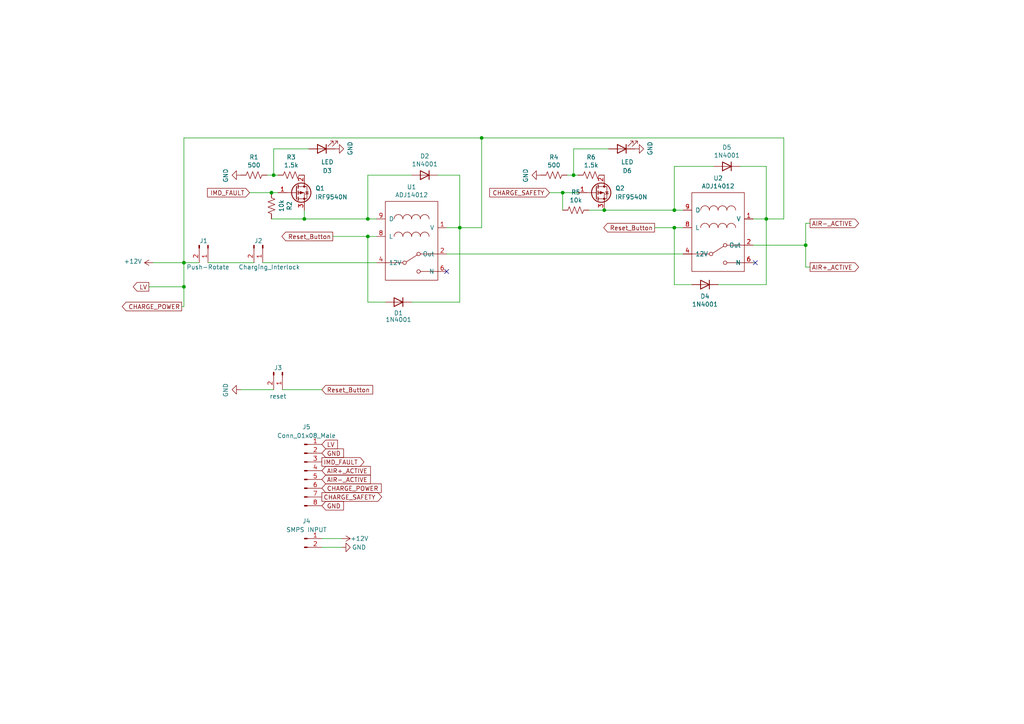
<source format=kicad_sch>
(kicad_sch (version 20211123) (generator eeschema)

  (uuid 9e128874-0068-46ae-bb14-01600eef5602)

  (paper "A4")

  (lib_symbols
    (symbol "Connector:Conn_01x02_Male" (pin_names (offset 1.016) hide) (in_bom yes) (on_board yes)
      (property "Reference" "J" (id 0) (at 0 2.54 0)
        (effects (font (size 1.27 1.27)))
      )
      (property "Value" "Conn_01x02_Male" (id 1) (at 0 -5.08 0)
        (effects (font (size 1.27 1.27)))
      )
      (property "Footprint" "" (id 2) (at 0 0 0)
        (effects (font (size 1.27 1.27)) hide)
      )
      (property "Datasheet" "~" (id 3) (at 0 0 0)
        (effects (font (size 1.27 1.27)) hide)
      )
      (property "ki_keywords" "connector" (id 4) (at 0 0 0)
        (effects (font (size 1.27 1.27)) hide)
      )
      (property "ki_description" "Generic connector, single row, 01x02, script generated (kicad-library-utils/schlib/autogen/connector/)" (id 5) (at 0 0 0)
        (effects (font (size 1.27 1.27)) hide)
      )
      (property "ki_fp_filters" "Connector*:*_1x??_*" (id 6) (at 0 0 0)
        (effects (font (size 1.27 1.27)) hide)
      )
      (symbol "Conn_01x02_Male_1_1"
        (polyline
          (pts
            (xy 1.27 -2.54)
            (xy 0.8636 -2.54)
          )
          (stroke (width 0.1524) (type default) (color 0 0 0 0))
          (fill (type none))
        )
        (polyline
          (pts
            (xy 1.27 0)
            (xy 0.8636 0)
          )
          (stroke (width 0.1524) (type default) (color 0 0 0 0))
          (fill (type none))
        )
        (rectangle (start 0.8636 -2.413) (end 0 -2.667)
          (stroke (width 0.1524) (type default) (color 0 0 0 0))
          (fill (type outline))
        )
        (rectangle (start 0.8636 0.127) (end 0 -0.127)
          (stroke (width 0.1524) (type default) (color 0 0 0 0))
          (fill (type outline))
        )
        (pin passive line (at 5.08 0 180) (length 3.81)
          (name "Pin_1" (effects (font (size 1.27 1.27))))
          (number "1" (effects (font (size 1.27 1.27))))
        )
        (pin passive line (at 5.08 -2.54 180) (length 3.81)
          (name "Pin_2" (effects (font (size 1.27 1.27))))
          (number "2" (effects (font (size 1.27 1.27))))
        )
      )
    )
    (symbol "Connector:Conn_01x08_Male" (pin_names (offset 1.016) hide) (in_bom yes) (on_board yes)
      (property "Reference" "J" (id 0) (at 0 10.16 0)
        (effects (font (size 1.27 1.27)))
      )
      (property "Value" "Conn_01x08_Male" (id 1) (at 0 -12.7 0)
        (effects (font (size 1.27 1.27)))
      )
      (property "Footprint" "" (id 2) (at 0 0 0)
        (effects (font (size 1.27 1.27)) hide)
      )
      (property "Datasheet" "~" (id 3) (at 0 0 0)
        (effects (font (size 1.27 1.27)) hide)
      )
      (property "ki_keywords" "connector" (id 4) (at 0 0 0)
        (effects (font (size 1.27 1.27)) hide)
      )
      (property "ki_description" "Generic connector, single row, 01x08, script generated (kicad-library-utils/schlib/autogen/connector/)" (id 5) (at 0 0 0)
        (effects (font (size 1.27 1.27)) hide)
      )
      (property "ki_fp_filters" "Connector*:*_1x??_*" (id 6) (at 0 0 0)
        (effects (font (size 1.27 1.27)) hide)
      )
      (symbol "Conn_01x08_Male_1_1"
        (polyline
          (pts
            (xy 1.27 -10.16)
            (xy 0.8636 -10.16)
          )
          (stroke (width 0.1524) (type default) (color 0 0 0 0))
          (fill (type none))
        )
        (polyline
          (pts
            (xy 1.27 -7.62)
            (xy 0.8636 -7.62)
          )
          (stroke (width 0.1524) (type default) (color 0 0 0 0))
          (fill (type none))
        )
        (polyline
          (pts
            (xy 1.27 -5.08)
            (xy 0.8636 -5.08)
          )
          (stroke (width 0.1524) (type default) (color 0 0 0 0))
          (fill (type none))
        )
        (polyline
          (pts
            (xy 1.27 -2.54)
            (xy 0.8636 -2.54)
          )
          (stroke (width 0.1524) (type default) (color 0 0 0 0))
          (fill (type none))
        )
        (polyline
          (pts
            (xy 1.27 0)
            (xy 0.8636 0)
          )
          (stroke (width 0.1524) (type default) (color 0 0 0 0))
          (fill (type none))
        )
        (polyline
          (pts
            (xy 1.27 2.54)
            (xy 0.8636 2.54)
          )
          (stroke (width 0.1524) (type default) (color 0 0 0 0))
          (fill (type none))
        )
        (polyline
          (pts
            (xy 1.27 5.08)
            (xy 0.8636 5.08)
          )
          (stroke (width 0.1524) (type default) (color 0 0 0 0))
          (fill (type none))
        )
        (polyline
          (pts
            (xy 1.27 7.62)
            (xy 0.8636 7.62)
          )
          (stroke (width 0.1524) (type default) (color 0 0 0 0))
          (fill (type none))
        )
        (rectangle (start 0.8636 -10.033) (end 0 -10.287)
          (stroke (width 0.1524) (type default) (color 0 0 0 0))
          (fill (type outline))
        )
        (rectangle (start 0.8636 -7.493) (end 0 -7.747)
          (stroke (width 0.1524) (type default) (color 0 0 0 0))
          (fill (type outline))
        )
        (rectangle (start 0.8636 -4.953) (end 0 -5.207)
          (stroke (width 0.1524) (type default) (color 0 0 0 0))
          (fill (type outline))
        )
        (rectangle (start 0.8636 -2.413) (end 0 -2.667)
          (stroke (width 0.1524) (type default) (color 0 0 0 0))
          (fill (type outline))
        )
        (rectangle (start 0.8636 0.127) (end 0 -0.127)
          (stroke (width 0.1524) (type default) (color 0 0 0 0))
          (fill (type outline))
        )
        (rectangle (start 0.8636 2.667) (end 0 2.413)
          (stroke (width 0.1524) (type default) (color 0 0 0 0))
          (fill (type outline))
        )
        (rectangle (start 0.8636 5.207) (end 0 4.953)
          (stroke (width 0.1524) (type default) (color 0 0 0 0))
          (fill (type outline))
        )
        (rectangle (start 0.8636 7.747) (end 0 7.493)
          (stroke (width 0.1524) (type default) (color 0 0 0 0))
          (fill (type outline))
        )
        (pin passive line (at 5.08 7.62 180) (length 3.81)
          (name "Pin_1" (effects (font (size 1.27 1.27))))
          (number "1" (effects (font (size 1.27 1.27))))
        )
        (pin passive line (at 5.08 5.08 180) (length 3.81)
          (name "Pin_2" (effects (font (size 1.27 1.27))))
          (number "2" (effects (font (size 1.27 1.27))))
        )
        (pin passive line (at 5.08 2.54 180) (length 3.81)
          (name "Pin_3" (effects (font (size 1.27 1.27))))
          (number "3" (effects (font (size 1.27 1.27))))
        )
        (pin passive line (at 5.08 0 180) (length 3.81)
          (name "Pin_4" (effects (font (size 1.27 1.27))))
          (number "4" (effects (font (size 1.27 1.27))))
        )
        (pin passive line (at 5.08 -2.54 180) (length 3.81)
          (name "Pin_5" (effects (font (size 1.27 1.27))))
          (number "5" (effects (font (size 1.27 1.27))))
        )
        (pin passive line (at 5.08 -5.08 180) (length 3.81)
          (name "Pin_6" (effects (font (size 1.27 1.27))))
          (number "6" (effects (font (size 1.27 1.27))))
        )
        (pin passive line (at 5.08 -7.62 180) (length 3.81)
          (name "Pin_7" (effects (font (size 1.27 1.27))))
          (number "7" (effects (font (size 1.27 1.27))))
        )
        (pin passive line (at 5.08 -10.16 180) (length 3.81)
          (name "Pin_8" (effects (font (size 1.27 1.27))))
          (number "8" (effects (font (size 1.27 1.27))))
        )
      )
    )
    (symbol "Device:LED" (pin_numbers hide) (pin_names (offset 1.016) hide) (in_bom yes) (on_board yes)
      (property "Reference" "D" (id 0) (at 0 2.54 0)
        (effects (font (size 1.27 1.27)))
      )
      (property "Value" "LED" (id 1) (at 0 -2.54 0)
        (effects (font (size 1.27 1.27)))
      )
      (property "Footprint" "" (id 2) (at 0 0 0)
        (effects (font (size 1.27 1.27)) hide)
      )
      (property "Datasheet" "~" (id 3) (at 0 0 0)
        (effects (font (size 1.27 1.27)) hide)
      )
      (property "ki_keywords" "LED diode" (id 4) (at 0 0 0)
        (effects (font (size 1.27 1.27)) hide)
      )
      (property "ki_description" "Light emitting diode" (id 5) (at 0 0 0)
        (effects (font (size 1.27 1.27)) hide)
      )
      (property "ki_fp_filters" "LED* LED_SMD:* LED_THT:*" (id 6) (at 0 0 0)
        (effects (font (size 1.27 1.27)) hide)
      )
      (symbol "LED_0_1"
        (polyline
          (pts
            (xy -1.27 -1.27)
            (xy -1.27 1.27)
          )
          (stroke (width 0.254) (type default) (color 0 0 0 0))
          (fill (type none))
        )
        (polyline
          (pts
            (xy -1.27 0)
            (xy 1.27 0)
          )
          (stroke (width 0) (type default) (color 0 0 0 0))
          (fill (type none))
        )
        (polyline
          (pts
            (xy 1.27 -1.27)
            (xy 1.27 1.27)
            (xy -1.27 0)
            (xy 1.27 -1.27)
          )
          (stroke (width 0.254) (type default) (color 0 0 0 0))
          (fill (type none))
        )
        (polyline
          (pts
            (xy -3.048 -0.762)
            (xy -4.572 -2.286)
            (xy -3.81 -2.286)
            (xy -4.572 -2.286)
            (xy -4.572 -1.524)
          )
          (stroke (width 0) (type default) (color 0 0 0 0))
          (fill (type none))
        )
        (polyline
          (pts
            (xy -1.778 -0.762)
            (xy -3.302 -2.286)
            (xy -2.54 -2.286)
            (xy -3.302 -2.286)
            (xy -3.302 -1.524)
          )
          (stroke (width 0) (type default) (color 0 0 0 0))
          (fill (type none))
        )
      )
      (symbol "LED_1_1"
        (pin passive line (at -3.81 0 0) (length 2.54)
          (name "K" (effects (font (size 1.27 1.27))))
          (number "1" (effects (font (size 1.27 1.27))))
        )
        (pin passive line (at 3.81 0 180) (length 2.54)
          (name "A" (effects (font (size 1.27 1.27))))
          (number "2" (effects (font (size 1.27 1.27))))
        )
      )
    )
    (symbol "Device:R_US" (pin_numbers hide) (pin_names (offset 0)) (in_bom yes) (on_board yes)
      (property "Reference" "R" (id 0) (at 2.54 0 90)
        (effects (font (size 1.27 1.27)))
      )
      (property "Value" "R_US" (id 1) (at -2.54 0 90)
        (effects (font (size 1.27 1.27)))
      )
      (property "Footprint" "" (id 2) (at 1.016 -0.254 90)
        (effects (font (size 1.27 1.27)) hide)
      )
      (property "Datasheet" "~" (id 3) (at 0 0 0)
        (effects (font (size 1.27 1.27)) hide)
      )
      (property "ki_keywords" "R res resistor" (id 4) (at 0 0 0)
        (effects (font (size 1.27 1.27)) hide)
      )
      (property "ki_description" "Resistor, US symbol" (id 5) (at 0 0 0)
        (effects (font (size 1.27 1.27)) hide)
      )
      (property "ki_fp_filters" "R_*" (id 6) (at 0 0 0)
        (effects (font (size 1.27 1.27)) hide)
      )
      (symbol "R_US_0_1"
        (polyline
          (pts
            (xy 0 -2.286)
            (xy 0 -2.54)
          )
          (stroke (width 0) (type default) (color 0 0 0 0))
          (fill (type none))
        )
        (polyline
          (pts
            (xy 0 2.286)
            (xy 0 2.54)
          )
          (stroke (width 0) (type default) (color 0 0 0 0))
          (fill (type none))
        )
        (polyline
          (pts
            (xy 0 -0.762)
            (xy 1.016 -1.143)
            (xy 0 -1.524)
            (xy -1.016 -1.905)
            (xy 0 -2.286)
          )
          (stroke (width 0) (type default) (color 0 0 0 0))
          (fill (type none))
        )
        (polyline
          (pts
            (xy 0 0.762)
            (xy 1.016 0.381)
            (xy 0 0)
            (xy -1.016 -0.381)
            (xy 0 -0.762)
          )
          (stroke (width 0) (type default) (color 0 0 0 0))
          (fill (type none))
        )
        (polyline
          (pts
            (xy 0 2.286)
            (xy 1.016 1.905)
            (xy 0 1.524)
            (xy -1.016 1.143)
            (xy 0 0.762)
          )
          (stroke (width 0) (type default) (color 0 0 0 0))
          (fill (type none))
        )
      )
      (symbol "R_US_1_1"
        (pin passive line (at 0 3.81 270) (length 1.27)
          (name "~" (effects (font (size 1.27 1.27))))
          (number "1" (effects (font (size 1.27 1.27))))
        )
        (pin passive line (at 0 -3.81 90) (length 1.27)
          (name "~" (effects (font (size 1.27 1.27))))
          (number "2" (effects (font (size 1.27 1.27))))
        )
      )
    )
    (symbol "Diode:1N4001" (pin_numbers hide) (pin_names (offset 1.016) hide) (in_bom yes) (on_board yes)
      (property "Reference" "D" (id 0) (at 0 2.54 0)
        (effects (font (size 1.27 1.27)))
      )
      (property "Value" "1N4001" (id 1) (at 0 -2.54 0)
        (effects (font (size 1.27 1.27)))
      )
      (property "Footprint" "Diode_THT:D_DO-41_SOD81_P10.16mm_Horizontal" (id 2) (at 0 -4.445 0)
        (effects (font (size 1.27 1.27)) hide)
      )
      (property "Datasheet" "http://www.vishay.com/docs/88503/1n4001.pdf" (id 3) (at 0 0 0)
        (effects (font (size 1.27 1.27)) hide)
      )
      (property "ki_keywords" "diode" (id 4) (at 0 0 0)
        (effects (font (size 1.27 1.27)) hide)
      )
      (property "ki_description" "50V 1A General Purpose Rectifier Diode, DO-41" (id 5) (at 0 0 0)
        (effects (font (size 1.27 1.27)) hide)
      )
      (property "ki_fp_filters" "D*DO?41*" (id 6) (at 0 0 0)
        (effects (font (size 1.27 1.27)) hide)
      )
      (symbol "1N4001_0_1"
        (polyline
          (pts
            (xy -1.27 1.27)
            (xy -1.27 -1.27)
          )
          (stroke (width 0.254) (type default) (color 0 0 0 0))
          (fill (type none))
        )
        (polyline
          (pts
            (xy 1.27 0)
            (xy -1.27 0)
          )
          (stroke (width 0) (type default) (color 0 0 0 0))
          (fill (type none))
        )
        (polyline
          (pts
            (xy 1.27 1.27)
            (xy 1.27 -1.27)
            (xy -1.27 0)
            (xy 1.27 1.27)
          )
          (stroke (width 0.254) (type default) (color 0 0 0 0))
          (fill (type none))
        )
      )
      (symbol "1N4001_1_1"
        (pin passive line (at -3.81 0 0) (length 2.54)
          (name "K" (effects (font (size 1.27 1.27))))
          (number "1" (effects (font (size 1.27 1.27))))
        )
        (pin passive line (at 3.81 0 180) (length 2.54)
          (name "A" (effects (font (size 1.27 1.27))))
          (number "2" (effects (font (size 1.27 1.27))))
        )
      )
    )
    (symbol "NewThing:ADJ14024" (pin_names (offset 1.016)) (in_bom yes) (on_board yes)
      (property "Reference" "U" (id 0) (at -5.08 27.94 0)
        (effects (font (size 1.27 1.27)))
      )
      (property "Value" "NewThing_ADJ14024" (id 1) (at 0 0 0)
        (effects (font (size 1.27 1.27)))
      )
      (property "Footprint" "" (id 2) (at 0 0 0)
        (effects (font (size 1.27 1.27)) hide)
      )
      (property "Datasheet" "" (id 3) (at 0 0 0)
        (effects (font (size 1.27 1.27)) hide)
      )
      (symbol "ADJ14024_0_1"
        (rectangle (start -7.62 25.4) (end 7.62 2.54)
          (stroke (width 0) (type default) (color 0 0 0 0))
          (fill (type none))
        )
        (arc (start -2.54 20.32) (mid -3.81 21.59) (end -5.08 20.32)
          (stroke (width 0) (type default) (color 0 0 0 0))
          (fill (type none))
        )
        (polyline
          (pts
            (xy -7.62 7.62)
            (xy -7.62 7.62)
          )
          (stroke (width 0) (type default) (color 0 0 0 0))
          (fill (type none))
        )
        (polyline
          (pts
            (xy -2.54 7.62)
            (xy -7.62 7.62)
          )
          (stroke (width 0) (type default) (color 0 0 0 0))
          (fill (type none))
        )
        (polyline
          (pts
            (xy 2.54 5.08)
            (xy 7.62 5.08)
          )
          (stroke (width 0) (type default) (color 0 0 0 0))
          (fill (type none))
        )
        (polyline
          (pts
            (xy 2.54 10.16)
            (xy 7.62 10.16)
          )
          (stroke (width 0) (type default) (color 0 0 0 0))
          (fill (type none))
        )
        (arc (start 0 20.32) (mid -1.27 21.59) (end -2.54 20.32)
          (stroke (width 0) (type default) (color 0 0 0 0))
          (fill (type none))
        )
        (arc (start 2.54 20.32) (mid 1.27 21.59) (end 0 20.32)
          (stroke (width 0) (type default) (color 0 0 0 0))
          (fill (type none))
        )
        (arc (start 5.08 20.32) (mid 3.81 21.59) (end 2.54 20.32)
          (stroke (width 0) (type default) (color 0 0 0 0))
          (fill (type none))
        )
      )
      (symbol "ADJ14024_1_1"
        (arc (start -2.54 15.24) (mid -3.81 16.51) (end -5.08 15.24)
          (stroke (width 0) (type default) (color 0 0 0 0))
          (fill (type none))
        )
        (circle (center -2.032 7.62) (radius 0.508)
          (stroke (width 0) (type default) (color 0 0 0 0))
          (fill (type none))
        )
        (polyline
          (pts
            (xy -1.524 7.874)
            (xy 1.651 9.906)
          )
          (stroke (width 0) (type default) (color 0 0 0 0))
          (fill (type none))
        )
        (arc (start 0 15.24) (mid -1.27 16.51) (end -2.54 15.24)
          (stroke (width 0) (type default) (color 0 0 0 0))
          (fill (type none))
        )
        (circle (center 2.032 5.08) (radius 0.508)
          (stroke (width 0) (type default) (color 0 0 0 0))
          (fill (type none))
        )
        (circle (center 2.032 10.16) (radius 0.508)
          (stroke (width 0) (type default) (color 0 0 0 0))
          (fill (type none))
        )
        (arc (start 2.54 15.24) (mid 1.27 16.51) (end 0 15.24)
          (stroke (width 0) (type default) (color 0 0 0 0))
          (fill (type none))
        )
        (arc (start 5.08 15.24) (mid 3.81 16.51) (end 2.54 15.24)
          (stroke (width 0) (type default) (color 0 0 0 0))
          (fill (type none))
        )
        (pin input line (at 10.16 17.78 180) (length 2.54)
          (name "V" (effects (font (size 1.27 1.27))))
          (number "1" (effects (font (size 1.27 1.27))))
        )
        (pin input line (at 10.16 10.16 180) (length 2.54)
          (name "Out" (effects (font (size 1.27 1.27))))
          (number "2" (effects (font (size 1.27 1.27))))
        )
        (pin input line (at -10.16 7.62 0) (length 2.54)
          (name "12V" (effects (font (size 1.27 1.27))))
          (number "4" (effects (font (size 1.27 1.27))))
        )
        (pin input line (at 10.16 5.08 180) (length 2.54)
          (name "N" (effects (font (size 1.27 1.27))))
          (number "6" (effects (font (size 1.27 1.27))))
        )
        (pin input line (at -10.16 15.24 0) (length 2.54)
          (name "L" (effects (font (size 1.27 1.27))))
          (number "8" (effects (font (size 1.27 1.27))))
        )
        (pin input line (at -10.16 20.32 0) (length 2.54)
          (name "D" (effects (font (size 1.27 1.27))))
          (number "9" (effects (font (size 1.27 1.27))))
        )
      )
    )
    (symbol "Transistor_FET:IRF9540N" (pin_names hide) (in_bom yes) (on_board yes)
      (property "Reference" "Q" (id 0) (at 5.08 1.905 0)
        (effects (font (size 1.27 1.27)) (justify left))
      )
      (property "Value" "IRF9540N" (id 1) (at 5.08 0 0)
        (effects (font (size 1.27 1.27)) (justify left))
      )
      (property "Footprint" "Package_TO_SOT_THT:TO-220-3_Vertical" (id 2) (at 5.08 -1.905 0)
        (effects (font (size 1.27 1.27) italic) (justify left) hide)
      )
      (property "Datasheet" "http://www.irf.com/product-info/datasheets/data/irf9540n.pdf" (id 3) (at 0 0 0)
        (effects (font (size 1.27 1.27)) (justify left) hide)
      )
      (property "ki_keywords" "P-Channel MOSFET HEXFET" (id 4) (at 0 0 0)
        (effects (font (size 1.27 1.27)) hide)
      )
      (property "ki_description" "-23A Id, -100V Vds, 117mOhm Rds, P-Channel HEXFET Power MOSFET, TO-220" (id 5) (at 0 0 0)
        (effects (font (size 1.27 1.27)) hide)
      )
      (property "ki_fp_filters" "TO?220*" (id 6) (at 0 0 0)
        (effects (font (size 1.27 1.27)) hide)
      )
      (symbol "IRF9540N_0_1"
        (polyline
          (pts
            (xy 0.254 0)
            (xy -2.54 0)
          )
          (stroke (width 0) (type default) (color 0 0 0 0))
          (fill (type none))
        )
        (polyline
          (pts
            (xy 0.254 1.905)
            (xy 0.254 -1.905)
          )
          (stroke (width 0.254) (type default) (color 0 0 0 0))
          (fill (type none))
        )
        (polyline
          (pts
            (xy 0.762 -1.27)
            (xy 0.762 -2.286)
          )
          (stroke (width 0.254) (type default) (color 0 0 0 0))
          (fill (type none))
        )
        (polyline
          (pts
            (xy 0.762 0.508)
            (xy 0.762 -0.508)
          )
          (stroke (width 0.254) (type default) (color 0 0 0 0))
          (fill (type none))
        )
        (polyline
          (pts
            (xy 0.762 2.286)
            (xy 0.762 1.27)
          )
          (stroke (width 0.254) (type default) (color 0 0 0 0))
          (fill (type none))
        )
        (polyline
          (pts
            (xy 2.54 2.54)
            (xy 2.54 1.778)
          )
          (stroke (width 0) (type default) (color 0 0 0 0))
          (fill (type none))
        )
        (polyline
          (pts
            (xy 2.54 -2.54)
            (xy 2.54 0)
            (xy 0.762 0)
          )
          (stroke (width 0) (type default) (color 0 0 0 0))
          (fill (type none))
        )
        (polyline
          (pts
            (xy 0.762 1.778)
            (xy 3.302 1.778)
            (xy 3.302 -1.778)
            (xy 0.762 -1.778)
          )
          (stroke (width 0) (type default) (color 0 0 0 0))
          (fill (type none))
        )
        (polyline
          (pts
            (xy 2.286 0)
            (xy 1.27 0.381)
            (xy 1.27 -0.381)
            (xy 2.286 0)
          )
          (stroke (width 0) (type default) (color 0 0 0 0))
          (fill (type outline))
        )
        (polyline
          (pts
            (xy 2.794 -0.508)
            (xy 2.921 -0.381)
            (xy 3.683 -0.381)
            (xy 3.81 -0.254)
          )
          (stroke (width 0) (type default) (color 0 0 0 0))
          (fill (type none))
        )
        (polyline
          (pts
            (xy 3.302 -0.381)
            (xy 2.921 0.254)
            (xy 3.683 0.254)
            (xy 3.302 -0.381)
          )
          (stroke (width 0) (type default) (color 0 0 0 0))
          (fill (type none))
        )
        (circle (center 1.651 0) (radius 2.794)
          (stroke (width 0.254) (type default) (color 0 0 0 0))
          (fill (type none))
        )
        (circle (center 2.54 -1.778) (radius 0.254)
          (stroke (width 0) (type default) (color 0 0 0 0))
          (fill (type outline))
        )
        (circle (center 2.54 1.778) (radius 0.254)
          (stroke (width 0) (type default) (color 0 0 0 0))
          (fill (type outline))
        )
      )
      (symbol "IRF9540N_1_1"
        (pin input line (at -5.08 0 0) (length 2.54)
          (name "G" (effects (font (size 1.27 1.27))))
          (number "1" (effects (font (size 1.27 1.27))))
        )
        (pin passive line (at 2.54 5.08 270) (length 2.54)
          (name "D" (effects (font (size 1.27 1.27))))
          (number "2" (effects (font (size 1.27 1.27))))
        )
        (pin passive line (at 2.54 -5.08 90) (length 2.54)
          (name "S" (effects (font (size 1.27 1.27))))
          (number "3" (effects (font (size 1.27 1.27))))
        )
      )
    )
    (symbol "power:+12V" (power) (pin_names (offset 0)) (in_bom yes) (on_board yes)
      (property "Reference" "#PWR" (id 0) (at 0 -3.81 0)
        (effects (font (size 1.27 1.27)) hide)
      )
      (property "Value" "+12V" (id 1) (at 0 3.556 0)
        (effects (font (size 1.27 1.27)))
      )
      (property "Footprint" "" (id 2) (at 0 0 0)
        (effects (font (size 1.27 1.27)) hide)
      )
      (property "Datasheet" "" (id 3) (at 0 0 0)
        (effects (font (size 1.27 1.27)) hide)
      )
      (property "ki_keywords" "power-flag" (id 4) (at 0 0 0)
        (effects (font (size 1.27 1.27)) hide)
      )
      (property "ki_description" "Power symbol creates a global label with name \"+12V\"" (id 5) (at 0 0 0)
        (effects (font (size 1.27 1.27)) hide)
      )
      (symbol "+12V_0_1"
        (polyline
          (pts
            (xy -0.762 1.27)
            (xy 0 2.54)
          )
          (stroke (width 0) (type default) (color 0 0 0 0))
          (fill (type none))
        )
        (polyline
          (pts
            (xy 0 0)
            (xy 0 2.54)
          )
          (stroke (width 0) (type default) (color 0 0 0 0))
          (fill (type none))
        )
        (polyline
          (pts
            (xy 0 2.54)
            (xy 0.762 1.27)
          )
          (stroke (width 0) (type default) (color 0 0 0 0))
          (fill (type none))
        )
      )
      (symbol "+12V_1_1"
        (pin power_in line (at 0 0 90) (length 0) hide
          (name "+12V" (effects (font (size 1.27 1.27))))
          (number "1" (effects (font (size 1.27 1.27))))
        )
      )
    )
    (symbol "power:GND" (power) (pin_names (offset 0)) (in_bom yes) (on_board yes)
      (property "Reference" "#PWR" (id 0) (at 0 -6.35 0)
        (effects (font (size 1.27 1.27)) hide)
      )
      (property "Value" "GND" (id 1) (at 0 -3.81 0)
        (effects (font (size 1.27 1.27)))
      )
      (property "Footprint" "" (id 2) (at 0 0 0)
        (effects (font (size 1.27 1.27)) hide)
      )
      (property "Datasheet" "" (id 3) (at 0 0 0)
        (effects (font (size 1.27 1.27)) hide)
      )
      (property "ki_keywords" "power-flag" (id 4) (at 0 0 0)
        (effects (font (size 1.27 1.27)) hide)
      )
      (property "ki_description" "Power symbol creates a global label with name \"GND\" , ground" (id 5) (at 0 0 0)
        (effects (font (size 1.27 1.27)) hide)
      )
      (symbol "GND_0_1"
        (polyline
          (pts
            (xy 0 0)
            (xy 0 -1.27)
            (xy 1.27 -1.27)
            (xy 0 -2.54)
            (xy -1.27 -1.27)
            (xy 0 -1.27)
          )
          (stroke (width 0) (type default) (color 0 0 0 0))
          (fill (type none))
        )
      )
      (symbol "GND_1_1"
        (pin power_in line (at 0 0 270) (length 0) hide
          (name "GND" (effects (font (size 1.27 1.27))))
          (number "1" (effects (font (size 1.27 1.27))))
        )
      )
    )
  )

  (junction (at 53.34 83.185) (diameter 0) (color 0 0 0 0)
    (uuid 12974c70-9df8-44f0-aa94-122a6101dd54)
  )
  (junction (at 195.58 60.96) (diameter 0) (color 0 0 0 0)
    (uuid 137cf3ba-ea54-4d36-9447-626987795c0c)
  )
  (junction (at 133.35 66.04) (diameter 0) (color 0 0 0 0)
    (uuid 3f468f4d-b4c9-4683-944c-2b693477f1c6)
  )
  (junction (at 166.37 50.8) (diameter 0) (color 0 0 0 0)
    (uuid 4a386ba3-22d0-4a33-8db9-7bd17308fd46)
  )
  (junction (at 175.26 60.96) (diameter 0) (color 0 0 0 0)
    (uuid 5297a39f-0ce0-4b91-af82-406a614e6aee)
  )
  (junction (at 88.265 63.5) (diameter 0) (color 0 0 0 0)
    (uuid 52d9a498-06e9-4eed-8a4e-99cd993905c2)
  )
  (junction (at 106.68 63.5) (diameter 0) (color 0 0 0 0)
    (uuid 63eb1b5b-87a5-483e-80b1-459f48c4f37b)
  )
  (junction (at 195.58 66.04) (diameter 0) (color 0 0 0 0)
    (uuid 6a04aae9-c00f-4bbb-a119-8c76de1f8ea9)
  )
  (junction (at 233.68 71.12) (diameter 0) (color 0 0 0 0)
    (uuid 6b0656fe-6b45-4c2c-82f7-eae82fd579c0)
  )
  (junction (at 79.375 50.8) (diameter 0) (color 0 0 0 0)
    (uuid 6f6dbcf3-11dc-4ba3-a8e7-fb9109cfd153)
  )
  (junction (at 139.7 40.005) (diameter 0) (color 0 0 0 0)
    (uuid 6fc83cbd-9caa-4471-8e95-cdf96318c167)
  )
  (junction (at 106.68 68.58) (diameter 0) (color 0 0 0 0)
    (uuid 746ef99e-c03d-4fd4-bb9b-423575e79f22)
  )
  (junction (at 222.25 63.5) (diameter 0) (color 0 0 0 0)
    (uuid 76b56f54-e688-4786-a65a-ef8b4f0efd45)
  )
  (junction (at 163.195 55.88) (diameter 0) (color 0 0 0 0)
    (uuid 8a3e8919-26af-4e37-9b8a-f9c43fae8b3d)
  )
  (junction (at 53.34 76.2) (diameter 0) (color 0 0 0 0)
    (uuid de7fcc10-cac1-4756-aefd-08954b7fd7a8)
  )
  (junction (at 78.74 55.88) (diameter 0) (color 0 0 0 0)
    (uuid fccbc5f8-6d23-4ec3-9836-4a37e54d0237)
  )

  (no_connect (at 219.075 76.2) (uuid d4d72675-38d2-49a4-97f3-96bad80c5511))
  (no_connect (at 129.54 78.74) (uuid d4d72675-38d2-49a4-97f3-96bad80c5512))

  (wire (pts (xy 166.37 50.8) (xy 167.64 50.8))
    (stroke (width 0) (type default) (color 0 0 0 0))
    (uuid 01945446-22be-407a-84dc-28b80b50bff6)
  )
  (wire (pts (xy 127 50.8) (xy 133.35 50.8))
    (stroke (width 0) (type default) (color 0 0 0 0))
    (uuid 033751f3-928a-45ef-ae66-c0f0e691a694)
  )
  (wire (pts (xy 89.535 43.18) (xy 79.375 43.18))
    (stroke (width 0) (type default) (color 0 0 0 0))
    (uuid 055853f6-8f24-4017-8b93-bd9e0f128492)
  )
  (wire (pts (xy 53.34 76.2) (xy 57.785 76.2))
    (stroke (width 0) (type default) (color 0 0 0 0))
    (uuid 080efdce-bcea-4376-90d0-b6d941c7843b)
  )
  (wire (pts (xy 106.68 68.58) (xy 96.52 68.58))
    (stroke (width 0) (type default) (color 0 0 0 0))
    (uuid 086a0dce-c067-4fa0-a2f9-bcbf4bee7057)
  )
  (wire (pts (xy 222.25 63.5) (xy 227.33 63.5))
    (stroke (width 0) (type default) (color 0 0 0 0))
    (uuid 08f8fac7-a71a-41ca-a547-1d2207cb57f9)
  )
  (wire (pts (xy 106.68 68.58) (xy 106.68 87.63))
    (stroke (width 0) (type default) (color 0 0 0 0))
    (uuid 0d6651ee-f4ec-4b54-b946-696183eb9f25)
  )
  (wire (pts (xy 88.265 63.5) (xy 106.68 63.5))
    (stroke (width 0) (type default) (color 0 0 0 0))
    (uuid 0fdf51ce-2e0a-467c-8f18-34a56b9678b6)
  )
  (wire (pts (xy 106.68 50.8) (xy 119.38 50.8))
    (stroke (width 0) (type default) (color 0 0 0 0))
    (uuid 190ca3f3-a7df-453b-b9fe-259e1f18f89a)
  )
  (wire (pts (xy 200.66 82.55) (xy 195.58 82.55))
    (stroke (width 0) (type default) (color 0 0 0 0))
    (uuid 1a4beadc-eb22-43e0-a060-e753c9089842)
  )
  (wire (pts (xy 198.12 66.04) (xy 195.58 66.04))
    (stroke (width 0) (type default) (color 0 0 0 0))
    (uuid 1c6b0252-4957-4914-a892-6a40006a01fa)
  )
  (wire (pts (xy 44.45 76.2) (xy 53.34 76.2))
    (stroke (width 0) (type default) (color 0 0 0 0))
    (uuid 23e9ae37-9f4b-46e2-94e2-3abdc6111fb8)
  )
  (wire (pts (xy 208.28 82.55) (xy 222.25 82.55))
    (stroke (width 0) (type default) (color 0 0 0 0))
    (uuid 26555767-f487-479e-b5d3-bad96a1e5bfb)
  )
  (wire (pts (xy 43.18 83.185) (xy 53.34 83.185))
    (stroke (width 0) (type default) (color 0 0 0 0))
    (uuid 345f664b-5716-47d2-9e97-5e638d1f6a92)
  )
  (wire (pts (xy 233.68 71.12) (xy 233.68 64.77))
    (stroke (width 0) (type default) (color 0 0 0 0))
    (uuid 34c6140c-c111-441f-b628-744b8ec5fbda)
  )
  (wire (pts (xy 139.7 66.04) (xy 133.35 66.04))
    (stroke (width 0) (type default) (color 0 0 0 0))
    (uuid 377c1c64-6fa8-40f8-9e17-3dec83a5a544)
  )
  (wire (pts (xy 163.195 55.88) (xy 163.195 60.96))
    (stroke (width 0) (type default) (color 0 0 0 0))
    (uuid 3c0414c5-01a3-411a-8735-8247c8e1070e)
  )
  (wire (pts (xy 78.74 63.5) (xy 88.265 63.5))
    (stroke (width 0) (type default) (color 0 0 0 0))
    (uuid 3ce9acdb-7e05-440b-b4f7-9c9115f8dd0a)
  )
  (wire (pts (xy 222.25 63.5) (xy 218.44 63.5))
    (stroke (width 0) (type default) (color 0 0 0 0))
    (uuid 41047b68-e585-4a50-adda-49adba394b2a)
  )
  (wire (pts (xy 189.865 66.04) (xy 195.58 66.04))
    (stroke (width 0) (type default) (color 0 0 0 0))
    (uuid 4808530a-6363-4455-8983-8d9916e66ac7)
  )
  (wire (pts (xy 175.26 60.96) (xy 195.58 60.96))
    (stroke (width 0) (type default) (color 0 0 0 0))
    (uuid 483f7aca-400f-4c26-91e9-ad587957b289)
  )
  (wire (pts (xy 52.705 88.9) (xy 53.34 88.9))
    (stroke (width 0) (type default) (color 0 0 0 0))
    (uuid 48c89f48-911c-49c6-aec6-32c1c80044f7)
  )
  (wire (pts (xy 139.7 40.005) (xy 139.7 66.04))
    (stroke (width 0) (type default) (color 0 0 0 0))
    (uuid 48e85e79-e35e-4f6e-afa0-e6a203193577)
  )
  (wire (pts (xy 109.22 68.58) (xy 106.68 68.58))
    (stroke (width 0) (type default) (color 0 0 0 0))
    (uuid 4b9317d0-25fd-48d4-bf8b-e5797738952e)
  )
  (wire (pts (xy 53.34 40.005) (xy 53.34 76.2))
    (stroke (width 0) (type default) (color 0 0 0 0))
    (uuid 4db4a5d4-58f0-4704-ab95-f6aec5c490c9)
  )
  (wire (pts (xy 79.375 50.8) (xy 80.645 50.8))
    (stroke (width 0) (type default) (color 0 0 0 0))
    (uuid 515ae60e-06ff-406e-9248-a117c59d44f3)
  )
  (wire (pts (xy 195.58 60.96) (xy 198.12 60.96))
    (stroke (width 0) (type default) (color 0 0 0 0))
    (uuid 54901f84-f414-48ae-bd11-94d78768f091)
  )
  (wire (pts (xy 159.385 55.88) (xy 163.195 55.88))
    (stroke (width 0) (type default) (color 0 0 0 0))
    (uuid 58f3f1f0-85fc-4c18-95e7-b15f6891c000)
  )
  (wire (pts (xy 166.37 43.18) (xy 166.37 50.8))
    (stroke (width 0) (type default) (color 0 0 0 0))
    (uuid 6178da4d-0664-407c-bea5-6fbbd3599a10)
  )
  (wire (pts (xy 222.25 48.26) (xy 222.25 63.5))
    (stroke (width 0) (type default) (color 0 0 0 0))
    (uuid 61f617a2-7a78-4343-a65d-e4104f623ad9)
  )
  (wire (pts (xy 81.915 113.03) (xy 93.345 113.03))
    (stroke (width 0) (type default) (color 0 0 0 0))
    (uuid 62990659-c244-4043-b7f4-b16956850caa)
  )
  (wire (pts (xy 60.325 76.2) (xy 73.66 76.2))
    (stroke (width 0) (type default) (color 0 0 0 0))
    (uuid 63092369-fe80-4942-adc3-b4b7e620cdc5)
  )
  (wire (pts (xy 164.465 50.8) (xy 166.37 50.8))
    (stroke (width 0) (type default) (color 0 0 0 0))
    (uuid 647c5986-d11d-4a37-a19d-5b6d62a60d2b)
  )
  (wire (pts (xy 234.95 64.77) (xy 233.68 64.77))
    (stroke (width 0) (type default) (color 0 0 0 0))
    (uuid 66469965-30de-42ff-b79e-4f6d4922d7f9)
  )
  (wire (pts (xy 88.265 63.5) (xy 88.265 60.96))
    (stroke (width 0) (type default) (color 0 0 0 0))
    (uuid 68cb8ac8-dd11-4f17-bbc0-ee7d08fbaba8)
  )
  (wire (pts (xy 106.68 63.5) (xy 109.22 63.5))
    (stroke (width 0) (type default) (color 0 0 0 0))
    (uuid 6c378626-fb4d-4617-9100-8c32d03f8868)
  )
  (wire (pts (xy 53.34 88.9) (xy 53.34 83.185))
    (stroke (width 0) (type default) (color 0 0 0 0))
    (uuid 6c6ea7cf-d081-4a41-bfe0-c9dd2120c424)
  )
  (wire (pts (xy 77.47 50.8) (xy 79.375 50.8))
    (stroke (width 0) (type default) (color 0 0 0 0))
    (uuid 710e95df-a7d7-40ba-a185-19a5125b6597)
  )
  (wire (pts (xy 76.2 76.2) (xy 109.22 76.2))
    (stroke (width 0) (type default) (color 0 0 0 0))
    (uuid 744359e7-02c2-45b2-a218-84a84376a00b)
  )
  (wire (pts (xy 233.68 77.47) (xy 233.68 71.12))
    (stroke (width 0) (type default) (color 0 0 0 0))
    (uuid 7920f576-eab2-44b7-99a0-d47ca0463626)
  )
  (wire (pts (xy 53.34 83.185) (xy 53.34 76.2))
    (stroke (width 0) (type default) (color 0 0 0 0))
    (uuid 79a8f153-b54f-49bc-b73f-d9553d574f24)
  )
  (wire (pts (xy 234.95 77.47) (xy 233.68 77.47))
    (stroke (width 0) (type default) (color 0 0 0 0))
    (uuid 7a7791df-ec1a-4da3-b020-5d025baddb81)
  )
  (wire (pts (xy 227.33 40.005) (xy 139.7 40.005))
    (stroke (width 0) (type default) (color 0 0 0 0))
    (uuid 8222fd32-4af8-4890-b2b5-a4a176df28fc)
  )
  (wire (pts (xy 72.39 55.88) (xy 78.74 55.88))
    (stroke (width 0) (type default) (color 0 0 0 0))
    (uuid 92057636-05b7-4cbd-9f46-91e7a0924792)
  )
  (wire (pts (xy 195.58 48.26) (xy 207.01 48.26))
    (stroke (width 0) (type default) (color 0 0 0 0))
    (uuid 95a5c939-1bbb-4803-8c7b-e00aaf7045d3)
  )
  (wire (pts (xy 218.44 71.12) (xy 233.68 71.12))
    (stroke (width 0) (type default) (color 0 0 0 0))
    (uuid 9aaa7172-5bc2-4960-8c88-f67169f6d1f9)
  )
  (wire (pts (xy 93.345 158.75) (xy 99.06 158.75))
    (stroke (width 0) (type default) (color 0 0 0 0))
    (uuid 9b7502cc-8ff4-45df-bab1-bdb8ea291b55)
  )
  (wire (pts (xy 79.375 43.18) (xy 79.375 50.8))
    (stroke (width 0) (type default) (color 0 0 0 0))
    (uuid 9b8c5796-5eb1-4e00-89e8-8f8d376314f2)
  )
  (wire (pts (xy 106.68 63.5) (xy 106.68 50.8))
    (stroke (width 0) (type default) (color 0 0 0 0))
    (uuid 9c4de941-0d3c-4b30-acec-d0b6e7c27d97)
  )
  (wire (pts (xy 219.075 76.2) (xy 218.44 76.2))
    (stroke (width 0) (type default) (color 0 0 0 0))
    (uuid a32b9a35-ecfc-44a0-9367-640217cd97f6)
  )
  (wire (pts (xy 129.54 73.66) (xy 198.12 73.66))
    (stroke (width 0) (type default) (color 0 0 0 0))
    (uuid a35a4a0f-0d45-4cbf-b0a7-e9fd41b788e6)
  )
  (wire (pts (xy 133.35 66.04) (xy 133.35 87.63))
    (stroke (width 0) (type default) (color 0 0 0 0))
    (uuid a5e96ca6-b4ac-47bf-a513-7708cfa7993d)
  )
  (wire (pts (xy 129.54 66.04) (xy 133.35 66.04))
    (stroke (width 0) (type default) (color 0 0 0 0))
    (uuid a71ba6ba-74f6-4347-a3eb-230cef95223a)
  )
  (wire (pts (xy 227.33 63.5) (xy 227.33 40.005))
    (stroke (width 0) (type default) (color 0 0 0 0))
    (uuid ab9adbdb-ba2d-419d-b43b-4be1eea09dba)
  )
  (wire (pts (xy 78.74 55.88) (xy 80.645 55.88))
    (stroke (width 0) (type default) (color 0 0 0 0))
    (uuid af8bb416-56a9-4ac1-ba18-3c8e52ffdf84)
  )
  (wire (pts (xy 170.815 60.96) (xy 175.26 60.96))
    (stroke (width 0) (type default) (color 0 0 0 0))
    (uuid b3ece8bf-45f5-410e-8291-cce035c578e7)
  )
  (wire (pts (xy 214.63 48.26) (xy 222.25 48.26))
    (stroke (width 0) (type default) (color 0 0 0 0))
    (uuid bac82520-7281-4c3f-8f7b-9f28ce3f86bf)
  )
  (wire (pts (xy 53.34 40.005) (xy 139.7 40.005))
    (stroke (width 0) (type default) (color 0 0 0 0))
    (uuid c23f494e-61bd-4641-924a-3a3bbfd607fd)
  )
  (wire (pts (xy 222.25 63.5) (xy 222.25 82.55))
    (stroke (width 0) (type default) (color 0 0 0 0))
    (uuid c6d87aac-6f95-417a-8540-929bacdfed28)
  )
  (wire (pts (xy 69.85 113.03) (xy 79.375 113.03))
    (stroke (width 0) (type default) (color 0 0 0 0))
    (uuid ca06a7ba-8795-474f-a815-21e8257bf915)
  )
  (wire (pts (xy 93.345 156.21) (xy 99.06 156.21))
    (stroke (width 0) (type default) (color 0 0 0 0))
    (uuid ce7f84dd-0919-410f-8f4b-3350aeacb098)
  )
  (wire (pts (xy 163.195 55.88) (xy 167.64 55.88))
    (stroke (width 0) (type default) (color 0 0 0 0))
    (uuid d74f0397-39ad-4182-bcb4-54ac27bd378a)
  )
  (wire (pts (xy 119.38 87.63) (xy 133.35 87.63))
    (stroke (width 0) (type default) (color 0 0 0 0))
    (uuid e5c0f3c1-3929-470f-be97-d5389b5240b8)
  )
  (wire (pts (xy 195.58 66.04) (xy 195.58 82.55))
    (stroke (width 0) (type default) (color 0 0 0 0))
    (uuid eddc4081-aef6-4139-b2bc-3615b9caa778)
  )
  (wire (pts (xy 106.68 87.63) (xy 111.76 87.63))
    (stroke (width 0) (type default) (color 0 0 0 0))
    (uuid f0509b50-0b79-4231-86c1-547e7250bb7a)
  )
  (wire (pts (xy 176.53 43.18) (xy 166.37 43.18))
    (stroke (width 0) (type default) (color 0 0 0 0))
    (uuid faed2086-cd0b-41ae-988c-42d0294f67f1)
  )
  (wire (pts (xy 133.35 50.8) (xy 133.35 66.04))
    (stroke (width 0) (type default) (color 0 0 0 0))
    (uuid fc5ee8a9-5108-43f6-a38d-fd8e870619c3)
  )
  (wire (pts (xy 195.58 60.96) (xy 195.58 48.26))
    (stroke (width 0) (type default) (color 0 0 0 0))
    (uuid ff8db08b-6acb-475b-b232-41791d59e32b)
  )

  (global_label "LV" (shape output) (at 43.18 83.185 180) (fields_autoplaced)
    (effects (font (size 1.27 1.27)) (justify right))
    (uuid 00a2d1e9-0fe7-4794-8ed8-09902fa58211)
    (property "Intersheet References" "${INTERSHEET_REFS}" (id 0) (at 38.6502 83.1056 0)
      (effects (font (size 1.27 1.27)) (justify right) hide)
    )
  )
  (global_label "AIR-_ACTIVE" (shape input) (at 93.345 139.065 0) (fields_autoplaced)
    (effects (font (size 1.27 1.27)) (justify left))
    (uuid 06b5f960-c4e5-405a-bbda-5c19851dd313)
    (property "Intersheet References" "${INTERSHEET_REFS}" (id 0) (at 107.43 138.9856 0)
      (effects (font (size 1.27 1.27)) (justify left) hide)
    )
  )
  (global_label "IMD_FAULT" (shape output) (at 93.345 133.985 0) (fields_autoplaced)
    (effects (font (size 1.27 1.27)) (justify left))
    (uuid 26bf39aa-6bea-4a96-8788-399d4a53db5a)
    (property "Intersheet References" "${INTERSHEET_REFS}" (id 0) (at 105.5552 134.0644 0)
      (effects (font (size 1.27 1.27)) (justify left) hide)
    )
  )
  (global_label "LV" (shape input) (at 93.345 128.905 0) (fields_autoplaced)
    (effects (font (size 1.27 1.27)) (justify left))
    (uuid 279941bf-b68a-4853-96b7-c105e470f224)
    (property "Intersheet References" "${INTERSHEET_REFS}" (id 0) (at 97.8748 128.8256 0)
      (effects (font (size 1.27 1.27)) (justify left) hide)
    )
  )
  (global_label "AIR+_ACTIVE" (shape input) (at 93.345 136.525 0) (fields_autoplaced)
    (effects (font (size 1.27 1.27)) (justify left))
    (uuid 2cd7178b-e28e-4d04-83db-01d99cc8c1f6)
    (property "Intersheet References" "${INTERSHEET_REFS}" (id 0) (at 107.43 136.6044 0)
      (effects (font (size 1.27 1.27)) (justify left) hide)
    )
  )
  (global_label "GND" (shape input) (at 93.345 131.445 0) (fields_autoplaced)
    (effects (font (size 1.27 1.27)) (justify left))
    (uuid 3f33427a-c3e4-4f7e-9096-14712752085e)
    (property "Intersheet References" "${INTERSHEET_REFS}" (id 0) (at 99.6286 131.5244 0)
      (effects (font (size 1.27 1.27)) (justify left) hide)
    )
  )
  (global_label "CHARGE_SAFETY" (shape input) (at 159.385 55.88 180) (fields_autoplaced)
    (effects (font (size 1.27 1.27)) (justify right))
    (uuid 6258c2a9-91ae-43ac-add2-27f7d80cab05)
    (property "Intersheet References" "${INTERSHEET_REFS}" (id 0) (at 142.0343 55.8006 0)
      (effects (font (size 1.27 1.27)) (justify right) hide)
    )
  )
  (global_label "Reset_Button" (shape input) (at 93.345 113.03 0) (fields_autoplaced)
    (effects (font (size 1.27 1.27)) (justify left))
    (uuid 76d0af79-cd33-4eed-baff-508940ecf786)
    (property "Intersheet References" "${INTERSHEET_REFS}" (id 0) (at -41.275 55.88 0)
      (effects (font (size 1.27 1.27)) hide)
    )
  )
  (global_label "CHARGE_POWER" (shape output) (at 52.705 88.9 180) (fields_autoplaced)
    (effects (font (size 1.27 1.27)) (justify right))
    (uuid 77efc3ed-20e9-463a-adac-aa2d37bd92b2)
    (property "Intersheet References" "${INTERSHEET_REFS}" (id 0) (at 35.4752 88.8206 0)
      (effects (font (size 1.27 1.27)) (justify right) hide)
    )
  )
  (global_label "AIR+_ACTIVE" (shape output) (at 234.95 77.47 0) (fields_autoplaced)
    (effects (font (size 1.27 1.27)) (justify left))
    (uuid 7f4752a8-ed33-4e42-87db-77035981485d)
    (property "Intersheet References" "${INTERSHEET_REFS}" (id 0) (at 249.035 77.5494 0)
      (effects (font (size 1.27 1.27)) (justify left) hide)
    )
  )
  (global_label "AIR-_ACTIVE" (shape output) (at 234.95 64.77 0) (fields_autoplaced)
    (effects (font (size 1.27 1.27)) (justify left))
    (uuid 8104d71e-4eed-4c2c-bd54-332bed7cb46b)
    (property "Intersheet References" "${INTERSHEET_REFS}" (id 0) (at 249.035 64.8494 0)
      (effects (font (size 1.27 1.27)) (justify left) hide)
    )
  )
  (global_label "IMD_FAULT" (shape input) (at 72.39 55.88 180) (fields_autoplaced)
    (effects (font (size 1.27 1.27)) (justify right))
    (uuid 892fd77a-81f1-4a54-bdbb-ee1989bb2b0a)
    (property "Intersheet References" "${INTERSHEET_REFS}" (id 0) (at 60.1798 55.9594 0)
      (effects (font (size 1.27 1.27)) (justify right) hide)
    )
  )
  (global_label "Reset_Button" (shape output) (at 96.52 68.58 180) (fields_autoplaced)
    (effects (font (size 1.27 1.27)) (justify right))
    (uuid 8c67c663-9b73-4a4f-bd81-2b66fef1420b)
    (property "Intersheet References" "${INTERSHEET_REFS}" (id 0) (at 81.7698 68.5006 0)
      (effects (font (size 1.27 1.27)) (justify right) hide)
    )
  )
  (global_label "CHARGE_POWER" (shape input) (at 93.345 141.605 0) (fields_autoplaced)
    (effects (font (size 1.27 1.27)) (justify left))
    (uuid bda78c17-9a09-4e67-ac9f-acd6275e7b61)
    (property "Intersheet References" "${INTERSHEET_REFS}" (id 0) (at 110.5748 141.5256 0)
      (effects (font (size 1.27 1.27)) (justify left) hide)
    )
  )
  (global_label "GND" (shape input) (at 93.345 146.685 0) (fields_autoplaced)
    (effects (font (size 1.27 1.27)) (justify left))
    (uuid c17bfb55-e394-4683-b02f-09371698cf0c)
    (property "Intersheet References" "${INTERSHEET_REFS}" (id 0) (at 99.6286 146.7644 0)
      (effects (font (size 1.27 1.27)) (justify left) hide)
    )
  )
  (global_label "Reset_Button" (shape output) (at 189.865 66.04 180) (fields_autoplaced)
    (effects (font (size 1.27 1.27)) (justify right))
    (uuid c9102c7b-a241-4804-9c46-34bbe2347a39)
    (property "Intersheet References" "${INTERSHEET_REFS}" (id 0) (at 175.1148 65.9606 0)
      (effects (font (size 1.27 1.27)) (justify right) hide)
    )
  )
  (global_label "CHARGE_SAFETY" (shape output) (at 93.345 144.145 0) (fields_autoplaced)
    (effects (font (size 1.27 1.27)) (justify left))
    (uuid f67ece65-6ce1-4f95-b0b9-9f54e299cd83)
    (property "Intersheet References" "${INTERSHEET_REFS}" (id 0) (at 110.6957 144.0656 0)
      (effects (font (size 1.27 1.27)) (justify left) hide)
    )
  )

  (symbol (lib_id "Diode:1N4001") (at 115.57 87.63 180) (unit 1)
    (in_bom yes) (on_board yes)
    (uuid 04f6e974-f1aa-4eba-86e4-b6ef5f9aab0c)
    (property "Reference" "D1" (id 0) (at 115.57 90.805 0))
    (property "Value" "1N4001" (id 1) (at 115.57 92.71 0))
    (property "Footprint" "Diode_THT:D_DO-15_P10.16mm_Horizontal" (id 2) (at 115.57 83.185 0)
      (effects (font (size 1.27 1.27)) hide)
    )
    (property "Datasheet" "http://www.vishay.com/docs/88503/1n4001.pdf" (id 3) (at 115.57 87.63 0)
      (effects (font (size 1.27 1.27)) hide)
    )
    (pin "1" (uuid d7c5707e-b19f-4b3d-97fd-181140ba1100))
    (pin "2" (uuid b9d5e4b4-388f-49be-bfa1-672d020002fd))
  )

  (symbol (lib_id "power:GND") (at 99.06 158.75 90) (unit 1)
    (in_bom yes) (on_board yes)
    (uuid 0f86ec7a-8386-46c0-818b-547db24c4a05)
    (property "Reference" "#PWR06" (id 0) (at 105.41 158.75 0)
      (effects (font (size 1.27 1.27)) hide)
    )
    (property "Value" "GND" (id 1) (at 104.14 158.75 90))
    (property "Footprint" "" (id 2) (at 99.06 158.75 0)
      (effects (font (size 1.27 1.27)) hide)
    )
    (property "Datasheet" "" (id 3) (at 99.06 158.75 0)
      (effects (font (size 1.27 1.27)) hide)
    )
    (pin "1" (uuid 49be9003-a667-45c7-9fc6-643ea025a9e1))
  )

  (symbol (lib_id "Device:LED") (at 180.34 43.18 180) (unit 1)
    (in_bom yes) (on_board yes) (fields_autoplaced)
    (uuid 2780a0f9-4b59-4a00-962a-9f07e8d69bf5)
    (property "Reference" "D6" (id 0) (at 181.9275 49.53 0))
    (property "Value" "LED" (id 1) (at 181.9275 46.99 0))
    (property "Footprint" "LED_THT:LED_D5.0mm" (id 2) (at 180.34 43.18 0)
      (effects (font (size 1.27 1.27)) hide)
    )
    (property "Datasheet" "~" (id 3) (at 180.34 43.18 0)
      (effects (font (size 1.27 1.27)) hide)
    )
    (pin "1" (uuid 87067ad3-8d78-4ee7-a2e1-b3303100086a))
    (pin "2" (uuid d1908537-0fc1-40db-991c-052c555429a8))
  )

  (symbol (lib_id "Device:R_US") (at 171.45 50.8 270) (unit 1)
    (in_bom yes) (on_board yes)
    (uuid 27ef89a8-db98-4c73-9f48-174b97c58bd7)
    (property "Reference" "R6" (id 0) (at 171.45 45.593 90))
    (property "Value" "1.5k" (id 1) (at 171.45 47.9044 90))
    (property "Footprint" "Resistor_THT:R_Axial_DIN0207_L6.3mm_D2.5mm_P10.16mm_Horizontal" (id 2) (at 171.196 51.816 90)
      (effects (font (size 1.27 1.27)) hide)
    )
    (property "Datasheet" "~" (id 3) (at 171.45 50.8 0)
      (effects (font (size 1.27 1.27)) hide)
    )
    (pin "1" (uuid 99d7abfd-6df8-4c57-8f2e-1d97a78a04ac))
    (pin "2" (uuid 13d7acc1-bf02-4e28-8b75-ddc2a27ff934))
  )

  (symbol (lib_id "power:GND") (at 69.85 113.03 270) (unit 1)
    (in_bom yes) (on_board yes)
    (uuid 38d3581e-64ab-4d7f-a4ec-bf58f49a86a7)
    (property "Reference" "#PWR02" (id 0) (at 63.5 113.03 0)
      (effects (font (size 1.27 1.27)) hide)
    )
    (property "Value" "GND" (id 1) (at 65.4558 113.157 0))
    (property "Footprint" "" (id 2) (at 69.85 113.03 0)
      (effects (font (size 1.27 1.27)) hide)
    )
    (property "Datasheet" "" (id 3) (at 69.85 113.03 0)
      (effects (font (size 1.27 1.27)) hide)
    )
    (pin "1" (uuid aba3d2b9-5667-4909-9eb1-5a4664b0d241))
  )

  (symbol (lib_id "Connector:Conn_01x08_Male") (at 88.265 136.525 0) (unit 1)
    (in_bom yes) (on_board yes) (fields_autoplaced)
    (uuid 3ea330f4-9270-4a80-aabb-aad117141d5a)
    (property "Reference" "J5" (id 0) (at 88.9 123.825 0))
    (property "Value" "Conn_01x08_Male" (id 1) (at 88.9 126.365 0))
    (property "Footprint" "Connector_PinHeader_2.54mm:PinHeader_1x08_P2.54mm_Vertical" (id 2) (at 88.265 136.525 0)
      (effects (font (size 1.27 1.27)) hide)
    )
    (property "Datasheet" "~" (id 3) (at 88.265 136.525 0)
      (effects (font (size 1.27 1.27)) hide)
    )
    (pin "1" (uuid efdf175f-c8f4-4aeb-bd5e-5ec65f04f674))
    (pin "2" (uuid ddd84092-b8ef-4bf8-b215-530b11d0043a))
    (pin "3" (uuid c8bfa42f-b4b9-4bc6-be52-910343987963))
    (pin "4" (uuid fa039313-b929-4aa2-9171-9cd8c48c68ac))
    (pin "5" (uuid 0a4c8bd3-9d15-4696-8f90-584d7f3791b6))
    (pin "6" (uuid 295c60f9-066e-4dbf-9ec1-2045868a309d))
    (pin "7" (uuid 626099c8-b207-4749-bf0d-00799f5d28cd))
    (pin "8" (uuid 9f2c562f-da0c-4f80-be3b-7b40ffb30f12))
  )

  (symbol (lib_id "power:GND") (at 69.85 50.8 270) (unit 1)
    (in_bom yes) (on_board yes)
    (uuid 3f028df3-67f5-4307-9cf7-f1eed2673483)
    (property "Reference" "#PWR0102" (id 0) (at 63.5 50.8 0)
      (effects (font (size 1.27 1.27)) hide)
    )
    (property "Value" "GND" (id 1) (at 65.4558 50.927 0))
    (property "Footprint" "" (id 2) (at 69.85 50.8 0)
      (effects (font (size 1.27 1.27)) hide)
    )
    (property "Datasheet" "" (id 3) (at 69.85 50.8 0)
      (effects (font (size 1.27 1.27)) hide)
    )
    (pin "1" (uuid c750b54b-b388-4049-a6ef-7d5a71bf8bba))
  )

  (symbol (lib_id "Connector:Conn_01x02_Male") (at 81.915 107.95 270) (unit 1)
    (in_bom yes) (on_board yes)
    (uuid 431705a8-970b-4ff5-b043-d4baa9fe7a97)
    (property "Reference" "J3" (id 0) (at 80.645 106.68 90))
    (property "Value" "reset" (id 1) (at 80.645 114.935 90))
    (property "Footprint" "Connector_PinSocket_2.54mm:PinSocket_1x02_P2.54mm_Vertical" (id 2) (at 81.915 107.95 0)
      (effects (font (size 1.27 1.27)) hide)
    )
    (property "Datasheet" "~" (id 3) (at 81.915 107.95 0)
      (effects (font (size 1.27 1.27)) hide)
    )
    (pin "1" (uuid d276b6a6-76db-46d2-b9a1-a62f270deb05))
    (pin "2" (uuid e91a2e4a-86fa-4658-bd9e-d9d3768a57bb))
  )

  (symbol (lib_id "Device:R_US") (at 84.455 50.8 270) (unit 1)
    (in_bom yes) (on_board yes)
    (uuid 47f48d6f-99f1-4237-8c7a-b6a3ded154eb)
    (property "Reference" "R3" (id 0) (at 84.455 45.593 90))
    (property "Value" "1.5k" (id 1) (at 84.455 47.9044 90))
    (property "Footprint" "Resistor_THT:R_Axial_DIN0207_L6.3mm_D2.5mm_P10.16mm_Horizontal" (id 2) (at 84.201 51.816 90)
      (effects (font (size 1.27 1.27)) hide)
    )
    (property "Datasheet" "~" (id 3) (at 84.455 50.8 0)
      (effects (font (size 1.27 1.27)) hide)
    )
    (pin "1" (uuid 877f8772-e077-4778-9637-a9b0881c22ae))
    (pin "2" (uuid ed5f3f3b-e074-4247-9576-d0137cdf3c7b))
  )

  (symbol (lib_id "NewThing:ADJ14024") (at 119.38 83.82 0) (unit 1)
    (in_bom yes) (on_board yes)
    (uuid 4dad1e6b-5c80-4c11-8ad5-7b16562ecc74)
    (property "Reference" "U1" (id 0) (at 119.38 54.229 0))
    (property "Value" "ADJ14012" (id 1) (at 119.38 56.5404 0))
    (property "Footprint" "Goolgle_Drive_Library:ADJ14012" (id 2) (at 119.38 83.82 0)
      (effects (font (size 1.27 1.27)) hide)
    )
    (property "Datasheet" "" (id 3) (at 119.38 83.82 0)
      (effects (font (size 1.27 1.27)) hide)
    )
    (pin "1" (uuid 2ac7c726-c7c4-49d6-87d7-78ce5f2ccfc4))
    (pin "2" (uuid c723cb70-b269-4fdd-ab39-e8e344ae40b5))
    (pin "4" (uuid 7a22cd0e-3c96-4abc-9990-4ebbd2f986d5))
    (pin "6" (uuid 2efda764-c16b-4166-a0c3-d3ff6df7bc17))
    (pin "8" (uuid 54e7172e-8adf-4e89-b861-122b2ae6d6be))
    (pin "9" (uuid ba5c02e6-6f5f-43e4-bca3-376d5fbd095d))
  )

  (symbol (lib_id "power:GND") (at 97.155 43.18 90) (unit 1)
    (in_bom yes) (on_board yes)
    (uuid 4ed983d6-0582-448a-91b7-213cdcfbdbc7)
    (property "Reference" "#PWR0101" (id 0) (at 103.505 43.18 0)
      (effects (font (size 1.27 1.27)) hide)
    )
    (property "Value" "GND" (id 1) (at 101.5492 43.053 0))
    (property "Footprint" "" (id 2) (at 97.155 43.18 0)
      (effects (font (size 1.27 1.27)) hide)
    )
    (property "Datasheet" "" (id 3) (at 97.155 43.18 0)
      (effects (font (size 1.27 1.27)) hide)
    )
    (pin "1" (uuid 00be1389-5390-4f8a-a974-ed91b45cbfee))
  )

  (symbol (lib_id "Device:R_US") (at 73.66 50.8 270) (unit 1)
    (in_bom yes) (on_board yes)
    (uuid 4f0c604c-95bc-4efd-974f-3996c7f8691b)
    (property "Reference" "R1" (id 0) (at 73.66 45.593 90))
    (property "Value" "500" (id 1) (at 73.66 47.9044 90))
    (property "Footprint" "Resistor_THT:R_Axial_DIN0207_L6.3mm_D2.5mm_P10.16mm_Horizontal" (id 2) (at 73.406 51.816 90)
      (effects (font (size 1.27 1.27)) hide)
    )
    (property "Datasheet" "~" (id 3) (at 73.66 50.8 0)
      (effects (font (size 1.27 1.27)) hide)
    )
    (pin "1" (uuid 3cde96e4-e878-4a1b-93bc-abf10626ddd5))
    (pin "2" (uuid 1955b021-23b4-488d-a0da-d61994ab8300))
  )

  (symbol (lib_id "Device:R_US") (at 160.655 50.8 270) (unit 1)
    (in_bom yes) (on_board yes)
    (uuid 4f8fae77-0036-49b0-987c-6c4bd9238724)
    (property "Reference" "R4" (id 0) (at 160.655 45.593 90))
    (property "Value" "500" (id 1) (at 160.655 47.9044 90))
    (property "Footprint" "Resistor_THT:R_Axial_DIN0207_L6.3mm_D2.5mm_P10.16mm_Horizontal" (id 2) (at 160.401 51.816 90)
      (effects (font (size 1.27 1.27)) hide)
    )
    (property "Datasheet" "~" (id 3) (at 160.655 50.8 0)
      (effects (font (size 1.27 1.27)) hide)
    )
    (pin "1" (uuid 18eac55a-c0ab-477e-a2dc-f96be26e32cb))
    (pin "2" (uuid 5a161709-6a99-44ad-8fa9-a680e8935643))
  )

  (symbol (lib_id "Device:R_US") (at 167.005 60.96 270) (unit 1)
    (in_bom yes) (on_board yes)
    (uuid 51b1e5ae-b92d-4393-b812-c81d46ed6648)
    (property "Reference" "R5" (id 0) (at 167.005 55.753 90))
    (property "Value" "10k" (id 1) (at 167.005 58.0644 90))
    (property "Footprint" "Resistor_THT:R_Axial_DIN0207_L6.3mm_D2.5mm_P10.16mm_Horizontal" (id 2) (at 166.751 61.976 90)
      (effects (font (size 1.27 1.27)) hide)
    )
    (property "Datasheet" "~" (id 3) (at 167.005 60.96 0)
      (effects (font (size 1.27 1.27)) hide)
    )
    (pin "1" (uuid 4bdd60c9-2fc7-405e-ac9c-38ee4be684b0))
    (pin "2" (uuid f35abf2c-7c32-46c2-abf0-e3840bcfc7c4))
  )

  (symbol (lib_id "Connector:Conn_01x02_Male") (at 76.2 71.12 270) (unit 1)
    (in_bom yes) (on_board yes)
    (uuid 5271f79e-a5a9-419a-907c-0455a139a4e2)
    (property "Reference" "J2" (id 0) (at 74.93 69.85 90))
    (property "Value" "Charging_Interlock" (id 1) (at 78.105 77.47 90))
    (property "Footprint" "Connector_PinSocket_2.54mm:PinSocket_1x02_P2.54mm_Vertical" (id 2) (at 76.2 71.12 0)
      (effects (font (size 1.27 1.27)) hide)
    )
    (property "Datasheet" "~" (id 3) (at 76.2 71.12 0)
      (effects (font (size 1.27 1.27)) hide)
    )
    (pin "1" (uuid a6144023-8a1c-497c-bcd6-112e0bdb9a11))
    (pin "2" (uuid c4cc2a12-898a-4c60-bf7f-60536d1cdeeb))
  )

  (symbol (lib_id "Device:R_US") (at 78.74 59.69 180) (unit 1)
    (in_bom yes) (on_board yes)
    (uuid 53c2828f-5b6c-4fa8-aa96-fcb605689d08)
    (property "Reference" "R2" (id 0) (at 83.947 59.69 90))
    (property "Value" "10k" (id 1) (at 81.6356 59.69 90))
    (property "Footprint" "Resistor_THT:R_Axial_DIN0207_L6.3mm_D2.5mm_P10.16mm_Horizontal" (id 2) (at 77.724 59.436 90)
      (effects (font (size 1.27 1.27)) hide)
    )
    (property "Datasheet" "~" (id 3) (at 78.74 59.69 0)
      (effects (font (size 1.27 1.27)) hide)
    )
    (pin "1" (uuid e2dbf7f3-219b-4549-b62e-a766a961c71a))
    (pin "2" (uuid 423e3610-8d6a-47c2-b6a7-4d589550c6b3))
  )

  (symbol (lib_id "Diode:1N4001") (at 123.19 50.8 180) (unit 1)
    (in_bom yes) (on_board yes)
    (uuid 54878bf1-8f32-4bae-9656-436220390256)
    (property "Reference" "D2" (id 0) (at 123.19 45.2882 0))
    (property "Value" "1N4001" (id 1) (at 123.19 47.5996 0))
    (property "Footprint" "Diode_THT:D_DO-15_P10.16mm_Horizontal" (id 2) (at 123.19 46.355 0)
      (effects (font (size 1.27 1.27)) hide)
    )
    (property "Datasheet" "http://www.vishay.com/docs/88503/1n4001.pdf" (id 3) (at 123.19 50.8 0)
      (effects (font (size 1.27 1.27)) hide)
    )
    (pin "1" (uuid ecb80dca-e05b-4e59-814e-19193db71570))
    (pin "2" (uuid 92a1b8e7-233c-4109-b8a9-c92a6ccf0094))
  )

  (symbol (lib_id "Transistor_FET:IRF9540N") (at 172.72 55.88 0) (unit 1)
    (in_bom yes) (on_board yes) (fields_autoplaced)
    (uuid 63455ca1-eb8a-494e-bcd0-0917aa2cdd24)
    (property "Reference" "Q2" (id 0) (at 178.435 54.6099 0)
      (effects (font (size 1.27 1.27)) (justify left))
    )
    (property "Value" "IRF9540N" (id 1) (at 178.435 57.1499 0)
      (effects (font (size 1.27 1.27)) (justify left))
    )
    (property "Footprint" "Package_TO_SOT_THT:TO-220-3_Vertical" (id 2) (at 177.8 57.785 0)
      (effects (font (size 1.27 1.27) italic) (justify left) hide)
    )
    (property "Datasheet" "http://www.irf.com/product-info/datasheets/data/irf9540n.pdf" (id 3) (at 172.72 55.88 0)
      (effects (font (size 1.27 1.27)) (justify left) hide)
    )
    (pin "1" (uuid 51840118-fea9-4cdd-a41e-1069655333e5))
    (pin "2" (uuid 43762bb8-3a66-4b3a-9974-0aaf1df2a93f))
    (pin "3" (uuid 65d819b3-9cad-4f82-b7ba-40e35a68f50a))
  )

  (symbol (lib_id "power:GND") (at 184.15 43.18 90) (unit 1)
    (in_bom yes) (on_board yes)
    (uuid 6ed31acd-0e84-4fb2-8b5e-d9df95c16462)
    (property "Reference" "#PWR0104" (id 0) (at 190.5 43.18 0)
      (effects (font (size 1.27 1.27)) hide)
    )
    (property "Value" "GND" (id 1) (at 188.5442 43.053 0))
    (property "Footprint" "" (id 2) (at 184.15 43.18 0)
      (effects (font (size 1.27 1.27)) hide)
    )
    (property "Datasheet" "" (id 3) (at 184.15 43.18 0)
      (effects (font (size 1.27 1.27)) hide)
    )
    (pin "1" (uuid 2d3c7354-53c2-4250-a7e1-604fc2cf24c5))
  )

  (symbol (lib_id "power:+12V") (at 99.06 156.21 270) (unit 1)
    (in_bom yes) (on_board yes)
    (uuid 7baae9e2-81e5-4a04-a7dd-b450742317ed)
    (property "Reference" "#PWR05" (id 0) (at 95.25 156.21 0)
      (effects (font (size 1.27 1.27)) hide)
    )
    (property "Value" "+12V" (id 1) (at 101.6 156.21 90)
      (effects (font (size 1.27 1.27)) (justify left))
    )
    (property "Footprint" "" (id 2) (at 99.06 156.21 0)
      (effects (font (size 1.27 1.27)) hide)
    )
    (property "Datasheet" "" (id 3) (at 99.06 156.21 0)
      (effects (font (size 1.27 1.27)) hide)
    )
    (pin "1" (uuid 274e9355-c428-487b-ab3f-c41289e3c1d2))
  )

  (symbol (lib_id "power:GND") (at 156.845 50.8 270) (unit 1)
    (in_bom yes) (on_board yes)
    (uuid 87084b4b-1bd8-4c62-8cbb-34e6f6a7f915)
    (property "Reference" "#PWR0103" (id 0) (at 150.495 50.8 0)
      (effects (font (size 1.27 1.27)) hide)
    )
    (property "Value" "GND" (id 1) (at 152.4508 50.927 0))
    (property "Footprint" "" (id 2) (at 156.845 50.8 0)
      (effects (font (size 1.27 1.27)) hide)
    )
    (property "Datasheet" "" (id 3) (at 156.845 50.8 0)
      (effects (font (size 1.27 1.27)) hide)
    )
    (pin "1" (uuid 214e88e0-e6e9-4565-83c3-138e1dfb4f44))
  )

  (symbol (lib_id "Connector:Conn_01x02_Male") (at 88.265 156.21 0) (unit 1)
    (in_bom yes) (on_board yes) (fields_autoplaced)
    (uuid 914a5bc4-e45f-4260-9574-6d60e49f788f)
    (property "Reference" "J4" (id 0) (at 88.9 151.13 0))
    (property "Value" "SMPS INPUT" (id 1) (at 88.9 153.67 0))
    (property "Footprint" "Connector_PinSocket_2.54mm:PinSocket_1x02_P2.54mm_Vertical" (id 2) (at 88.265 156.21 0)
      (effects (font (size 1.27 1.27)) hide)
    )
    (property "Datasheet" "~" (id 3) (at 88.265 156.21 0)
      (effects (font (size 1.27 1.27)) hide)
    )
    (pin "1" (uuid 40fa64c7-77fa-4196-8485-c0fcea995bbb))
    (pin "2" (uuid d0cc3430-6b8b-4784-a7f0-eb8f14420d12))
  )

  (symbol (lib_id "Diode:1N4001") (at 204.47 82.55 180) (unit 1)
    (in_bom yes) (on_board yes)
    (uuid 92f338f3-3812-48b7-a538-72a2acf5d354)
    (property "Reference" "D4" (id 0) (at 204.47 85.9536 0))
    (property "Value" "1N4001" (id 1) (at 204.47 88.265 0))
    (property "Footprint" "Diode_THT:D_DO-15_P10.16mm_Horizontal" (id 2) (at 204.47 78.105 0)
      (effects (font (size 1.27 1.27)) hide)
    )
    (property "Datasheet" "http://www.vishay.com/docs/88503/1n4001.pdf" (id 3) (at 204.47 82.55 0)
      (effects (font (size 1.27 1.27)) hide)
    )
    (pin "1" (uuid d4a13134-f636-40cd-b6b7-e123d84403b6))
    (pin "2" (uuid 66d77f78-5110-4362-9e75-9433d02591f4))
  )

  (symbol (lib_id "NewThing:ADJ14024") (at 208.28 81.28 0) (unit 1)
    (in_bom yes) (on_board yes)
    (uuid b592de20-0538-4c3f-838d-1e2c5cb1cc5b)
    (property "Reference" "U2" (id 0) (at 208.28 51.689 0))
    (property "Value" "ADJ14012" (id 1) (at 208.28 54.0004 0))
    (property "Footprint" "Goolgle_Drive_Library:ADJ14012" (id 2) (at 208.28 81.28 0)
      (effects (font (size 1.27 1.27)) hide)
    )
    (property "Datasheet" "" (id 3) (at 208.28 81.28 0)
      (effects (font (size 1.27 1.27)) hide)
    )
    (pin "1" (uuid 616d3306-055e-4d6f-93df-43d4b8fedf04))
    (pin "2" (uuid 98f0f370-fbc6-4a30-89f6-591bacfc66f0))
    (pin "4" (uuid bd1164f0-230b-4b69-8866-5256b77a897c))
    (pin "6" (uuid 01627806-bd96-42de-8e68-e3667c2644cc))
    (pin "8" (uuid d89a77f4-3cec-42ad-b11d-5306f3d575ad))
    (pin "9" (uuid d68cfe63-bfe6-4538-b8ea-a3eba63b36df))
  )

  (symbol (lib_id "Connector:Conn_01x02_Male") (at 60.325 71.12 270) (unit 1)
    (in_bom yes) (on_board yes)
    (uuid b73f0b34-054d-4499-b93b-f1d81da21695)
    (property "Reference" "J1" (id 0) (at 59.055 69.85 90))
    (property "Value" "Push-Rotate" (id 1) (at 60.325 77.47 90))
    (property "Footprint" "Connector_PinSocket_2.54mm:PinSocket_1x02_P2.54mm_Vertical" (id 2) (at 60.325 71.12 0)
      (effects (font (size 1.27 1.27)) hide)
    )
    (property "Datasheet" "~" (id 3) (at 60.325 71.12 0)
      (effects (font (size 1.27 1.27)) hide)
    )
    (pin "1" (uuid 9bb937e4-9747-419e-b7d0-3814e7e95a44))
    (pin "2" (uuid 68c98012-df22-4b7e-8699-c91b1d22e38c))
  )

  (symbol (lib_id "Transistor_FET:IRF9540N") (at 85.725 55.88 0) (unit 1)
    (in_bom yes) (on_board yes) (fields_autoplaced)
    (uuid c9cf68c4-275a-41eb-ba8d-418a49f69a06)
    (property "Reference" "Q1" (id 0) (at 91.44 54.6099 0)
      (effects (font (size 1.27 1.27)) (justify left))
    )
    (property "Value" "IRF9540N" (id 1) (at 91.44 57.1499 0)
      (effects (font (size 1.27 1.27)) (justify left))
    )
    (property "Footprint" "Package_TO_SOT_THT:TO-220-3_Vertical" (id 2) (at 90.805 57.785 0)
      (effects (font (size 1.27 1.27) italic) (justify left) hide)
    )
    (property "Datasheet" "http://www.irf.com/product-info/datasheets/data/irf9540n.pdf" (id 3) (at 85.725 55.88 0)
      (effects (font (size 1.27 1.27)) (justify left) hide)
    )
    (pin "1" (uuid 525888f6-a67c-4e5f-877f-0eb68c7c3328))
    (pin "2" (uuid 48f68732-9bbc-4b86-97a1-e9f43c82abbe))
    (pin "3" (uuid b2e50187-f18a-4074-9d2c-b72ffad026ab))
  )

  (symbol (lib_id "Diode:1N4001") (at 210.82 48.26 180) (unit 1)
    (in_bom yes) (on_board yes)
    (uuid d5f5c3b9-1b42-4bee-8aa3-7b56f2060ad2)
    (property "Reference" "D5" (id 0) (at 210.82 42.7482 0))
    (property "Value" "1N4001" (id 1) (at 210.82 45.0596 0))
    (property "Footprint" "Diode_THT:D_DO-15_P10.16mm_Horizontal" (id 2) (at 210.82 43.815 0)
      (effects (font (size 1.27 1.27)) hide)
    )
    (property "Datasheet" "http://www.vishay.com/docs/88503/1n4001.pdf" (id 3) (at 210.82 48.26 0)
      (effects (font (size 1.27 1.27)) hide)
    )
    (pin "1" (uuid f890b53a-1f8a-4f0a-8e46-c75f31b35a9e))
    (pin "2" (uuid 00a7be9a-e1df-47c2-afc4-ab802c80e888))
  )

  (symbol (lib_id "Device:LED") (at 93.345 43.18 180) (unit 1)
    (in_bom yes) (on_board yes) (fields_autoplaced)
    (uuid e578f63a-f4e6-4894-8ef8-80a1200cb54b)
    (property "Reference" "D3" (id 0) (at 94.9325 49.53 0))
    (property "Value" "LED" (id 1) (at 94.9325 46.99 0))
    (property "Footprint" "LED_THT:LED_D5.0mm" (id 2) (at 93.345 43.18 0)
      (effects (font (size 1.27 1.27)) hide)
    )
    (property "Datasheet" "~" (id 3) (at 93.345 43.18 0)
      (effects (font (size 1.27 1.27)) hide)
    )
    (pin "1" (uuid e0039da3-2249-4436-96cd-056fff8bf8fa))
    (pin "2" (uuid c4b85357-f92c-47e3-943a-8e421f683528))
  )

  (symbol (lib_id "power:+12V") (at 44.45 76.2 90) (unit 1)
    (in_bom yes) (on_board yes)
    (uuid f7951b6c-3970-4951-a22c-fca0ad3cd185)
    (property "Reference" "#PWR01" (id 0) (at 48.26 76.2 0)
      (effects (font (size 1.27 1.27)) hide)
    )
    (property "Value" "+12V" (id 1) (at 41.1988 75.819 90)
      (effects (font (size 1.27 1.27)) (justify left))
    )
    (property "Footprint" "" (id 2) (at 44.45 76.2 0)
      (effects (font (size 1.27 1.27)) hide)
    )
    (property "Datasheet" "" (id 3) (at 44.45 76.2 0)
      (effects (font (size 1.27 1.27)) hide)
    )
    (pin "1" (uuid 755af21c-ced6-49f4-9ca9-9002689ee172))
  )

  (sheet_instances
    (path "/" (page "1"))
  )

  (symbol_instances
    (path "/f7951b6c-3970-4951-a22c-fca0ad3cd185"
      (reference "#PWR01") (unit 1) (value "+12V") (footprint "")
    )
    (path "/38d3581e-64ab-4d7f-a4ec-bf58f49a86a7"
      (reference "#PWR02") (unit 1) (value "GND") (footprint "")
    )
    (path "/7baae9e2-81e5-4a04-a7dd-b450742317ed"
      (reference "#PWR05") (unit 1) (value "+12V") (footprint "")
    )
    (path "/0f86ec7a-8386-46c0-818b-547db24c4a05"
      (reference "#PWR06") (unit 1) (value "GND") (footprint "")
    )
    (path "/4ed983d6-0582-448a-91b7-213cdcfbdbc7"
      (reference "#PWR0101") (unit 1) (value "GND") (footprint "")
    )
    (path "/3f028df3-67f5-4307-9cf7-f1eed2673483"
      (reference "#PWR0102") (unit 1) (value "GND") (footprint "")
    )
    (path "/87084b4b-1bd8-4c62-8cbb-34e6f6a7f915"
      (reference "#PWR0103") (unit 1) (value "GND") (footprint "")
    )
    (path "/6ed31acd-0e84-4fb2-8b5e-d9df95c16462"
      (reference "#PWR0104") (unit 1) (value "GND") (footprint "")
    )
    (path "/04f6e974-f1aa-4eba-86e4-b6ef5f9aab0c"
      (reference "D1") (unit 1) (value "1N4001") (footprint "Diode_THT:D_DO-15_P10.16mm_Horizontal")
    )
    (path "/54878bf1-8f32-4bae-9656-436220390256"
      (reference "D2") (unit 1) (value "1N4001") (footprint "Diode_THT:D_DO-15_P10.16mm_Horizontal")
    )
    (path "/e578f63a-f4e6-4894-8ef8-80a1200cb54b"
      (reference "D3") (unit 1) (value "LED") (footprint "LED_THT:LED_D5.0mm")
    )
    (path "/92f338f3-3812-48b7-a538-72a2acf5d354"
      (reference "D4") (unit 1) (value "1N4001") (footprint "Diode_THT:D_DO-15_P10.16mm_Horizontal")
    )
    (path "/d5f5c3b9-1b42-4bee-8aa3-7b56f2060ad2"
      (reference "D5") (unit 1) (value "1N4001") (footprint "Diode_THT:D_DO-15_P10.16mm_Horizontal")
    )
    (path "/2780a0f9-4b59-4a00-962a-9f07e8d69bf5"
      (reference "D6") (unit 1) (value "LED") (footprint "LED_THT:LED_D5.0mm")
    )
    (path "/b73f0b34-054d-4499-b93b-f1d81da21695"
      (reference "J1") (unit 1) (value "Push-Rotate") (footprint "Connector_PinSocket_2.54mm:PinSocket_1x02_P2.54mm_Vertical")
    )
    (path "/5271f79e-a5a9-419a-907c-0455a139a4e2"
      (reference "J2") (unit 1) (value "Charging_Interlock") (footprint "Connector_PinSocket_2.54mm:PinSocket_1x02_P2.54mm_Vertical")
    )
    (path "/431705a8-970b-4ff5-b043-d4baa9fe7a97"
      (reference "J3") (unit 1) (value "reset") (footprint "Connector_PinSocket_2.54mm:PinSocket_1x02_P2.54mm_Vertical")
    )
    (path "/914a5bc4-e45f-4260-9574-6d60e49f788f"
      (reference "J4") (unit 1) (value "SMPS INPUT") (footprint "Connector_PinSocket_2.54mm:PinSocket_1x02_P2.54mm_Vertical")
    )
    (path "/3ea330f4-9270-4a80-aabb-aad117141d5a"
      (reference "J5") (unit 1) (value "Conn_01x08_Male") (footprint "Connector_PinHeader_2.54mm:PinHeader_1x08_P2.54mm_Vertical")
    )
    (path "/c9cf68c4-275a-41eb-ba8d-418a49f69a06"
      (reference "Q1") (unit 1) (value "IRF9540N") (footprint "Package_TO_SOT_THT:TO-220-3_Vertical")
    )
    (path "/63455ca1-eb8a-494e-bcd0-0917aa2cdd24"
      (reference "Q2") (unit 1) (value "IRF9540N") (footprint "Package_TO_SOT_THT:TO-220-3_Vertical")
    )
    (path "/4f0c604c-95bc-4efd-974f-3996c7f8691b"
      (reference "R1") (unit 1) (value "500") (footprint "Resistor_THT:R_Axial_DIN0207_L6.3mm_D2.5mm_P10.16mm_Horizontal")
    )
    (path "/53c2828f-5b6c-4fa8-aa96-fcb605689d08"
      (reference "R2") (unit 1) (value "10k") (footprint "Resistor_THT:R_Axial_DIN0207_L6.3mm_D2.5mm_P10.16mm_Horizontal")
    )
    (path "/47f48d6f-99f1-4237-8c7a-b6a3ded154eb"
      (reference "R3") (unit 1) (value "1.5k") (footprint "Resistor_THT:R_Axial_DIN0207_L6.3mm_D2.5mm_P10.16mm_Horizontal")
    )
    (path "/4f8fae77-0036-49b0-987c-6c4bd9238724"
      (reference "R4") (unit 1) (value "500") (footprint "Resistor_THT:R_Axial_DIN0207_L6.3mm_D2.5mm_P10.16mm_Horizontal")
    )
    (path "/51b1e5ae-b92d-4393-b812-c81d46ed6648"
      (reference "R5") (unit 1) (value "10k") (footprint "Resistor_THT:R_Axial_DIN0207_L6.3mm_D2.5mm_P10.16mm_Horizontal")
    )
    (path "/27ef89a8-db98-4c73-9f48-174b97c58bd7"
      (reference "R6") (unit 1) (value "1.5k") (footprint "Resistor_THT:R_Axial_DIN0207_L6.3mm_D2.5mm_P10.16mm_Horizontal")
    )
    (path "/4dad1e6b-5c80-4c11-8ad5-7b16562ecc74"
      (reference "U1") (unit 1) (value "ADJ14012") (footprint "Goolgle_Drive_Library:ADJ14012")
    )
    (path "/b592de20-0538-4c3f-838d-1e2c5cb1cc5b"
      (reference "U2") (unit 1) (value "ADJ14012") (footprint "Goolgle_Drive_Library:ADJ14012")
    )
  )
)

</source>
